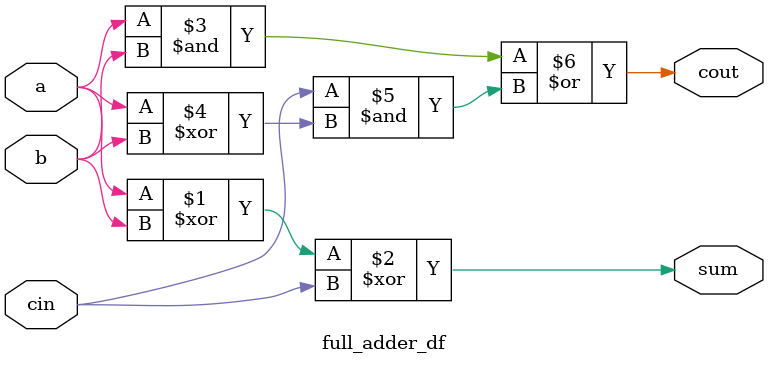
<source format=v>
`timescale 1ns / 1ps


module full_adder_df(
input a,b,cin,
output sum,cout
    );
   assign sum = a^b^cin;
   assign cout = (a&b)|(cin&(a^b)); 
endmodule

</source>
